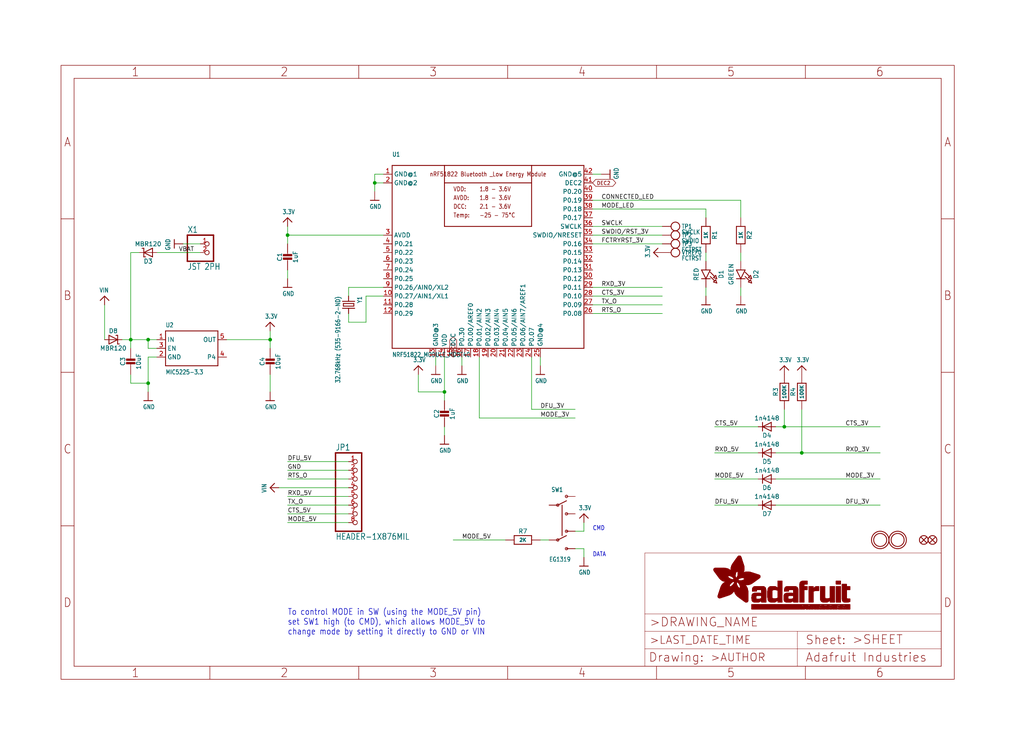
<source format=kicad_sch>
(kicad_sch (version 20211123) (generator eeschema)
  (paper "User" 298.45 217.881)
  (lib_symbols
    (symbol "schematicEagle-eagle-import:3.3V" (power)
      (property "Value" "3.3V" (at -1.524 1.016 0))
      (symbol "3.3V_1_0"
        (pin power_in line (at 0 -2.54 90) (length 2.54) (name "3.3V") (number "1"))
      )
    )
    (symbol "schematicEagle-eagle-import:CAP_CERAMIC0805-NOOUTLINE"
      (property "Reference" "C" (at -2.29 1.25 90))
      (property "Value" "CAP_CERAMIC0805-NOOUTLINE" (at 2.3 1.25 90))
      (symbol "CAP_CERAMIC0805-NOOUTLINE_1_0"
        (pin passive line (at 0 5.08 270) (length 2.54) (name "1") (number "1"))
        (pin passive line (at 0 -2.54 90) (length 2.54) (name "2") (number "2"))
      )
    )
    (symbol "schematicEagle-eagle-import:CON_JST_PH_2PIN"
      (property "Reference" "X" (at -6.35 5.715 0))
      (property "Value" "CON_JST_PH_2PIN" (at -6.35 -5.08 0))
      (symbol "CON_JST_PH_2PIN_1_0"
        (pin passive inverted (at -2.54 2.54 0) (length 2.54) (name "1") (number "1"))
        (pin passive inverted (at -2.54 0 0) (length 2.54) (name "2") (number "2"))
      )
    )
    (symbol "schematicEagle-eagle-import:CRYSTAL2.0X6.0_32.768"
      (property "Reference" "Y" (at -2.54 2.54 0))
      (property "Value" "CRYSTAL2.0X6.0_32.768" (at -2.54 -3.81 0))
      (symbol "CRYSTAL2.0X6.0_32.768_1_0"
        (pin passive line (at -2.54 0 0) (length 0) (name "1") (number "1"))
        (pin passive line (at 2.54 0 180) (length 0) (name "2") (number "2"))
      )
    )
    (symbol "schematicEagle-eagle-import:DIODE-SCHOTTKYSOD-123"
      (property "Reference" "D" (at 0 2.54 0))
      (property "Value" "DIODE-SCHOTTKYSOD-123" (at 0 -2.5 0))
      (symbol "DIODE-SCHOTTKYSOD-123_1_0"
        (pin passive line (at -2.54 0 0) (length 2.54) (name "A") (number "A"))
        (pin passive line (at 2.54 0 180) (length 2.54) (name "C") (number "C"))
      )
    )
    (symbol "schematicEagle-eagle-import:DIODESOD-323"
      (property "Reference" "D" (at 0 2.54 0))
      (property "Value" "DIODESOD-323" (at 0 -2.5 0))
      (symbol "DIODESOD-323_1_0"
        (pin passive line (at -2.54 0 0) (length 2.54) (name "A") (number "A"))
        (pin passive line (at 2.54 0 180) (length 2.54) (name "C") (number "C"))
      )
    )
    (symbol "schematicEagle-eagle-import:FIDUCIAL{dblquote}{dblquote}")
    (symbol "schematicEagle-eagle-import:FRAME_A4_ADAFRUIT"
      (symbol "FRAME_A4_ADAFRUIT_0_0"
        (text "1" (at 21.6958 1.905 0) (effects (font (size 2.54 2.286))))
        (text "1" (at 21.6958 177.165 0) (effects (font (size 2.54 2.286))))
        (text "2" (at 65.0875 1.905 0) (effects (font (size 2.54 2.286))))
        (text "2" (at 65.0875 177.165 0) (effects (font (size 2.54 2.286))))
        (text "3" (at 108.4792 1.905 0) (effects (font (size 2.54 2.286))))
        (text "3" (at 108.4792 177.165 0) (effects (font (size 2.54 2.286))))
        (text "4" (at 151.8708 1.905 0) (effects (font (size 2.54 2.286))))
        (text "4" (at 151.8708 177.165 0) (effects (font (size 2.54 2.286))))
        (text "5" (at 195.2625 1.905 0) (effects (font (size 2.54 2.286))))
        (text "5" (at 195.2625 177.165 0) (effects (font (size 2.54 2.286))))
        (text "6" (at 238.6542 1.905 0) (effects (font (size 2.54 2.286))))
        (text "6" (at 238.6542 177.165 0) (effects (font (size 2.54 2.286))))
        (text "A" (at 1.905 156.6863 0) (effects (font (size 2.54 2.286))))
        (text "A" (at 258.445 156.6863 0) (effects (font (size 2.54 2.286))))
        (text "B" (at 1.905 111.9188 0) (effects (font (size 2.54 2.286))))
        (text "B" (at 258.445 111.9188 0) (effects (font (size 2.54 2.286))))
        (text "C" (at 1.905 67.1513 0) (effects (font (size 2.54 2.286))))
        (text "C" (at 258.445 67.1513 0) (effects (font (size 2.54 2.286))))
        (text "D" (at 1.905 22.3838 0) (effects (font (size 2.54 2.286))))
        (text "D" (at 258.445 22.3838 0) (effects (font (size 2.54 2.286))))
      )
      (symbol "FRAME_A4_ADAFRUIT_1_0"
        (text ">AUTHOR" (at 189.23 5.08 0) (effects (font (size 2.286 2.286)) (justify left bottom)))
        (text ">DRAWING_NAME" (at 171.45 15.24 0) (effects (font (size 2.54 2.54)) (justify left bottom)))
        (text ">LAST_DATE_TIME" (at 171.45 10.16 0) (effects (font (size 2.286 2.286)) (justify left bottom)))
        (text ">SHEET" (at 230.505 10.16 0) (effects (font (size 2.54 2.54)) (justify left bottom)))
        (text "Adafruit Industries" (at 216.916 4.953 0) (effects (font (size 2.54 2.54)) (justify left bottom)))
        (text "Drawing:" (at 171.196 4.953 0) (effects (font (size 2.54 2.54)) (justify left bottom)))
        (text "Sheet:" (at 216.916 10.033 0) (effects (font (size 2.54 2.54)) (justify left bottom)))
      )
    )
    (symbol "schematicEagle-eagle-import:GND" (power)
      (property "Value" "GND" (at -1.524 -2.54 0))
      (symbol "GND_1_0"
        (pin power_in line (at 0 2.54 270) (length 2.54) (name "GND") (number "1"))
      )
    )
    (symbol "schematicEagle-eagle-import:HEADER-1X876MIL"
      (property "Reference" "JP" (at -6.35 13.335 0))
      (property "Value" "HEADER-1X876MIL" (at -6.35 -12.7 0))
      (symbol "HEADER-1X876MIL_1_0"
        (pin passive inverted (at -2.54 10.16 0) (length 2.54) (name "1") (number "1"))
        (pin passive inverted (at -2.54 7.62 0) (length 2.54) (name "2") (number "2"))
        (pin passive inverted (at -2.54 5.08 0) (length 2.54) (name "3") (number "3"))
        (pin passive inverted (at -2.54 2.54 0) (length 2.54) (name "4") (number "4"))
        (pin passive inverted (at -2.54 0 0) (length 2.54) (name "5") (number "5"))
        (pin passive inverted (at -2.54 -2.54 0) (length 2.54) (name "6") (number "6"))
        (pin passive inverted (at -2.54 -5.08 0) (length 2.54) (name "7") (number "7"))
        (pin passive inverted (at -2.54 -7.62 0) (length 2.54) (name "8") (number "8"))
      )
    )
    (symbol "schematicEagle-eagle-import:LED0805_NOOUTLINE"
      (property "Reference" "D" (at -1.27 4.445 0))
      (property "Value" "LED0805_NOOUTLINE" (at -1.27 -2.794 0))
      (symbol "LED0805_NOOUTLINE_1_0"
        (pin passive line (at -5.08 0 0) (length 2.54) (name "A") (number "A"))
        (pin passive line (at 2.54 0 180) (length 2.54) (name "C") (number "C"))
      )
    )
    (symbol "schematicEagle-eagle-import:MOUNTINGHOLE2.5")
    (symbol "schematicEagle-eagle-import:NRF51822_MODULE_MDBT40"
      (property "Reference" "U" (at -27.94 27.94 0))
      (property "Value" "NRF51822_MODULE_MDBT40" (at -27.94 -30.48 0))
      (symbol "NRF51822_MODULE_MDBT40_1_0"
        (text "-25 - 75°C" (at -2.54 10.16 0) (effects (font (size 1.27 1.0795)) (justify left bottom)))
        (text "1.8 - 3.6V" (at -2.54 15.24 0) (effects (font (size 1.27 1.0795)) (justify left bottom)))
        (text "1.8 - 3.6V" (at -2.54 17.78 0) (effects (font (size 1.27 1.0795)) (justify left bottom)))
        (text "2.1 - 3.6V" (at -2.54 12.7 0) (effects (font (size 1.27 1.0795)) (justify left bottom)))
        (text "AVDD:" (at -10.16 15.24 0) (effects (font (size 1.27 1.0795)) (justify left bottom)))
        (text "DCC:" (at -10.16 12.7 0) (effects (font (size 1.27 1.0795)) (justify left bottom)))
        (text "nRF51822 Bluetooth _Low Energy Module" (at 0 22.86 0) (effects (font (size 1.27 1.0795))))
        (text "Temp:" (at -10.16 10.16 0) (effects (font (size 1.27 1.0795)) (justify left bottom)))
        (text "VDD:" (at -10.16 17.78 0) (effects (font (size 1.27 1.0795)) (justify left bottom)))
        (pin power_in line (at -30.48 22.86 0) (length 2.54) (name "GND@1") (number "1"))
        (pin bidirectional line (at -30.48 -12.7 0) (length 2.54) (name "P0.27/AIN1/XL1") (number "10"))
        (pin bidirectional line (at -30.48 -15.24 0) (length 2.54) (name "P0.28") (number "11"))
        (pin bidirectional line (at -30.48 -17.78 0) (length 2.54) (name "P0.29") (number "12"))
        (pin power_in line (at -15.24 -30.48 90) (length 2.54) (name "GND@3") (number "13"))
        (pin power_in line (at -12.7 -30.48 90) (length 2.54) (name "VDD") (number "14"))
        (pin power_in line (at -10.16 -30.48 90) (length 2.54) (name "DCC") (number "15"))
        (pin bidirectional line (at -7.62 -30.48 90) (length 2.54) (name "P0.30") (number "16"))
        (pin bidirectional line (at -5.08 -30.48 90) (length 2.54) (name "P0.00/AREF0") (number "17"))
        (pin bidirectional line (at -2.54 -30.48 90) (length 2.54) (name "P0.01/AIN2") (number "18"))
        (pin bidirectional line (at 0 -30.48 90) (length 2.54) (name "P0.02/AIN3") (number "19"))
        (pin power_in line (at -30.48 20.32 0) (length 2.54) (name "GND@2") (number "2"))
        (pin bidirectional line (at 2.54 -30.48 90) (length 2.54) (name "P0.03/AIN4") (number "20"))
        (pin bidirectional line (at 5.08 -30.48 90) (length 2.54) (name "P0.04/AIN5") (number "21"))
        (pin bidirectional line (at 7.62 -30.48 90) (length 2.54) (name "P0.05/AIN6") (number "22"))
        (pin bidirectional line (at 10.16 -30.48 90) (length 2.54) (name "P0.06/AIN7/AREF1") (number "23"))
        (pin bidirectional line (at 12.7 -30.48 90) (length 2.54) (name "P0.07") (number "24"))
        (pin power_in line (at 15.24 -30.48 90) (length 2.54) (name "GND@4") (number "25"))
        (pin bidirectional line (at 30.48 -17.78 180) (length 2.54) (name "P0.08") (number "26"))
        (pin bidirectional line (at 30.48 -15.24 180) (length 2.54) (name "P0.09") (number "27"))
        (pin bidirectional line (at 30.48 -12.7 180) (length 2.54) (name "P0.10") (number "28"))
        (pin bidirectional line (at 30.48 -10.16 180) (length 2.54) (name "P0.11") (number "29"))
        (pin power_in line (at -30.48 5.08 0) (length 2.54) (name "AVDD") (number "3"))
        (pin bidirectional line (at 30.48 -7.62 180) (length 2.54) (name "P0.12") (number "30"))
        (pin bidirectional line (at 30.48 -5.08 180) (length 2.54) (name "P0.13") (number "31"))
        (pin bidirectional line (at 30.48 -2.54 180) (length 2.54) (name "P0.14") (number "32"))
        (pin bidirectional line (at 30.48 0 180) (length 2.54) (name "P0.15") (number "33"))
        (pin bidirectional line (at 30.48 2.54 180) (length 2.54) (name "P0.16") (number "34"))
        (pin bidirectional line (at 30.48 5.08 180) (length 2.54) (name "SWDIO/NRESET") (number "35"))
        (pin bidirectional line (at 30.48 7.62 180) (length 2.54) (name "SWCLK") (number "36"))
        (pin bidirectional line (at 30.48 10.16 180) (length 2.54) (name "P0.17") (number "37"))
        (pin bidirectional line (at 30.48 12.7 180) (length 2.54) (name "P0.18") (number "38"))
        (pin bidirectional line (at 30.48 15.24 180) (length 2.54) (name "P0.19") (number "39"))
        (pin bidirectional line (at -30.48 2.54 0) (length 2.54) (name "P0.21") (number "4"))
        (pin bidirectional line (at 30.48 17.78 180) (length 2.54) (name "P0.20") (number "40"))
        (pin power_in line (at 30.48 20.32 180) (length 2.54) (name "DEC2") (number "41"))
        (pin power_in line (at 30.48 22.86 180) (length 2.54) (name "GND@5") (number "42"))
        (pin bidirectional line (at -30.48 0 0) (length 2.54) (name "P0.22") (number "5"))
        (pin bidirectional line (at -30.48 -2.54 0) (length 2.54) (name "P0.23") (number "6"))
        (pin bidirectional line (at -30.48 -5.08 0) (length 2.54) (name "P0.24") (number "7"))
        (pin bidirectional line (at -30.48 -7.62 0) (length 2.54) (name "P0.25") (number "8"))
        (pin bidirectional line (at -30.48 -10.16 0) (length 2.54) (name "P0.26/AIN0/XL2") (number "9"))
      )
    )
    (symbol "schematicEagle-eagle-import:RESISTOR0805_NOOUTLINE"
      (property "Reference" "R" (at 0 2.54 0))
      (property "Value" "RESISTOR0805_NOOUTLINE" (at 0 0 0))
      (symbol "RESISTOR0805_NOOUTLINE_1_0"
        (pin passive line (at -5.08 0 0) (length 2.54) (name "1") (number "1"))
        (pin passive line (at 5.08 0 180) (length 2.54) (name "2") (number "2"))
      )
    )
    (symbol "schematicEagle-eagle-import:SWITCH_DPDTEG1390"
      (property "Reference" "SW" (at -4.445 8.89 0))
      (property "Value" "SWITCH_DPDTEG1390" (at -5.08 -11.43 0))
      (symbol "SWITCH_DPDTEG1390_1_0"
        (pin passive line (at 2.54 7.62 180) (length 2.54) (name "O1") (number "O1"))
        (pin passive line (at 2.54 -2.54 180) (length 2.54) (name "O2") (number "O2"))
        (pin passive line (at -5.08 5.08 0) (length 2.54) (name "P1") (number "P1"))
        (pin passive line (at -5.08 -5.08 0) (length 2.54) (name "P2") (number "P2"))
        (pin passive line (at 2.54 2.54 180) (length 2.54) (name "S1") (number "S1"))
        (pin passive line (at 2.54 -7.62 180) (length 2.54) (name "S2") (number "S2"))
      )
    )
    (symbol "schematicEagle-eagle-import:TESTPOINT1.5X2.0MM_NOCREAM"
      (property "Reference" "TP" (at 0 5.588 90))
      (property "Value" "TESTPOINT1.5X2.0MM_NOCREAM" (at 1.651 5.588 90))
      (symbol "TESTPOINT1.5X2.0MM_NOCREAM_1_0"
        (pin bidirectional line (at 0 0 90) (length 2.54) (name "P$1") (number "P$1"))
      )
    )
    (symbol "schematicEagle-eagle-import:VIN" (power)
      (property "Value" "VIN" (at -1.524 1.016 0))
      (symbol "VIN_1_0"
        (pin power_in line (at 0 -2.54 90) (length 2.54) (name "VIN") (number "1"))
      )
    )
    (symbol "schematicEagle-eagle-import:VREG_SOT23-5"
      (property "Reference" "U" (at -7.62 6.096 0))
      (property "Value" "VREG_SOT23-5" (at -7.62 -7.62 0))
      (symbol "VREG_SOT23-5_1_0"
        (pin power_in line (at -10.16 2.54 0) (length 2.54) (name "IN") (number "1"))
        (pin power_in line (at -10.16 -2.54 0) (length 2.54) (name "GND") (number "2"))
        (pin input line (at -10.16 0 0) (length 2.54) (name "EN") (number "3"))
        (pin bidirectional line (at 10.16 -2.54 180) (length 2.54) (name "P4") (number "4"))
        (pin power_in line (at 10.16 2.54 180) (length 2.54) (name "OUT") (number "5"))
      )
    )
  )
  (junction (at 78.74 99.06))
  (junction (at 38.1 99.06))
  (junction (at 228.6 124.46))
  (junction (at 109.22 53.34))
  (junction (at 233.68 132.08))
  (junction (at 129.54 114.3))
  (junction (at 43.18 99.06))
  (junction (at 83.82 68.58))
  (junction (at 43.18 111.76))
  (wire (pts (xy 101.6 137.16) (xy 83.82 137.16)))
  (wire (pts (xy 78.74 99.06) (xy 78.74 101.6)))
  (wire (pts (xy 45.72 99.06) (xy 43.18 99.06)))
  (wire (pts (xy 43.18 111.76) (xy 38.1 111.76)))
  (wire (pts (xy 139.7 104.14) (xy 139.7 121.92)))
  (wire (pts (xy 111.76 53.34) (xy 109.22 53.34)))
  (wire (pts (xy 129.54 104.14) (xy 129.54 114.3)))
  (wire (pts (xy 215.9 73.66) (xy 215.9 76.2)))
  (wire (pts (xy 205.74 73.66) (xy 205.74 76.2)))
  (wire (pts (xy 170.18 160.02) (xy 170.18 162.56)))
  (wire (pts (xy 101.6 139.7) (xy 83.82 139.7)))
  (wire (pts (xy 233.68 119.38) (xy 233.68 132.08)))
  (wire (pts (xy 220.98 139.7) (xy 208.28 139.7)))
  (wire (pts (xy 66.04 99.06) (xy 78.74 99.06)))
  (wire (pts (xy 132.08 157.48) (xy 147.32 157.48)))
  (wire (pts (xy 43.18 99.06) (xy 38.1 99.06)))
  (wire (pts (xy 101.6 152.4) (xy 83.82 152.4)))
  (wire (pts (xy 167.64 154.94) (xy 170.18 154.94)))
  (wire (pts (xy 172.72 68.58) (xy 193.04 68.58)))
  (wire (pts (xy 226.06 124.46) (xy 228.6 124.46)))
  (wire (pts (xy 157.48 104.14) (xy 157.48 106.68)))
  (wire (pts (xy 45.72 104.14) (xy 43.18 104.14)))
  (wire (pts (xy 35.56 99.06) (xy 38.1 99.06)))
  (wire (pts (xy 78.74 109.22) (xy 78.74 114.3)))
  (wire (pts (xy 121.92 114.3) (xy 121.92 109.22)))
  (wire (pts (xy 139.7 121.92) (xy 167.64 121.92)))
  (wire (pts (xy 172.72 58.42) (xy 215.9 58.42)))
  (wire (pts (xy 228.6 124.46) (xy 256.54 124.46)))
  (wire (pts (xy 83.82 68.58) (xy 83.82 71.12)))
  (wire (pts (xy 83.82 149.86) (xy 101.6 149.86)))
  (wire (pts (xy 101.6 147.32) (xy 83.82 147.32)))
  (wire (pts (xy 101.6 91.44) (xy 101.6 93.98)))
  (wire (pts (xy 226.06 147.32) (xy 256.54 147.32)))
  (wire (pts (xy 220.98 147.32) (xy 208.28 147.32)))
  (wire (pts (xy 172.72 66.04) (xy 193.04 66.04)))
  (wire (pts (xy 127 104.14) (xy 127 106.68)))
  (wire (pts (xy 45.72 73.66) (xy 58.42 73.66)))
  (wire (pts (xy 106.68 86.36) (xy 111.76 86.36)))
  (wire (pts (xy 129.54 114.3) (xy 121.92 114.3)))
  (wire (pts (xy 30.48 88.9) (xy 30.48 99.06)))
  (wire (pts (xy 83.82 78.74) (xy 83.82 81.28)))
  (wire (pts (xy 111.76 68.58) (xy 83.82 68.58)))
  (wire (pts (xy 172.72 71.12) (xy 193.04 71.12)))
  (wire (pts (xy 81.28 142.24) (xy 101.6 142.24)))
  (wire (pts (xy 157.48 157.48) (xy 160.02 157.48)))
  (wire (pts (xy 172.72 86.36) (xy 193.04 86.36)))
  (wire (pts (xy 205.74 60.96) (xy 205.74 63.5)))
  (wire (pts (xy 167.64 160.02) (xy 170.18 160.02)))
  (wire (pts (xy 172.72 50.8) (xy 175.26 50.8)))
  (wire (pts (xy 43.18 111.76) (xy 43.18 114.3)))
  (wire (pts (xy 38.1 99.06) (xy 38.1 101.6)))
  (wire (pts (xy 109.22 53.34) (xy 109.22 55.88)))
  (wire (pts (xy 172.72 60.96) (xy 205.74 60.96)))
  (wire (pts (xy 226.06 132.08) (xy 233.68 132.08)))
  (wire (pts (xy 233.68 132.08) (xy 256.54 132.08)))
  (wire (pts (xy 205.74 83.82) (xy 205.74 86.36)))
  (wire (pts (xy 208.28 132.08) (xy 220.98 132.08)))
  (wire (pts (xy 154.94 104.14) (xy 154.94 119.38)))
  (wire (pts (xy 38.1 73.66) (xy 40.64 73.66)))
  (wire (pts (xy 43.18 101.6) (xy 43.18 99.06)))
  (wire (pts (xy 53.34 71.12) (xy 58.42 71.12)))
  (wire (pts (xy 111.76 83.82) (xy 101.6 83.82)))
  (wire (pts (xy 45.72 101.6) (xy 43.18 101.6)))
  (wire (pts (xy 129.54 124.46) (xy 129.54 127)))
  (wire (pts (xy 106.68 93.98) (xy 106.68 86.36)))
  (wire (pts (xy 83.82 144.78) (xy 101.6 144.78)))
  (wire (pts (xy 109.22 50.8) (xy 109.22 53.34)))
  (wire (pts (xy 101.6 93.98) (xy 106.68 93.98)))
  (wire (pts (xy 228.6 124.46) (xy 228.6 119.38)))
  (wire (pts (xy 215.9 58.42) (xy 215.9 63.5)))
  (wire (pts (xy 101.6 83.82) (xy 101.6 86.36)))
  (wire (pts (xy 172.72 88.9) (xy 193.04 88.9)))
  (wire (pts (xy 154.94 119.38) (xy 167.64 119.38)))
  (wire (pts (xy 172.72 83.82) (xy 193.04 83.82)))
  (wire (pts (xy 134.62 104.14) (xy 134.62 106.68)))
  (wire (pts (xy 208.28 124.46) (xy 220.98 124.46)))
  (wire (pts (xy 43.18 104.14) (xy 43.18 111.76)))
  (wire (pts (xy 38.1 99.06) (xy 38.1 73.66)))
  (wire (pts (xy 101.6 134.62) (xy 83.82 134.62)))
  (wire (pts (xy 215.9 83.82) (xy 215.9 86.36)))
  (wire (pts (xy 78.74 99.06) (xy 78.74 96.52)))
  (wire (pts (xy 226.06 139.7) (xy 256.54 139.7)))
  (wire (pts (xy 129.54 114.3) (xy 129.54 116.84)))
  (wire (pts (xy 83.82 68.58) (xy 83.82 66.04)))
  (wire (pts (xy 172.72 91.44) (xy 193.04 91.44)))
  (wire (pts (xy 111.76 50.8) (xy 109.22 50.8)))
  (wire (pts (xy 38.1 111.76) (xy 38.1 109.22)))
  (wire (pts (xy 170.18 154.94) (xy 170.18 152.4)))
  (text "To control MODE in SW (using the MODE_5V pin)\nset SW1 high (to CMD), which allows MODE_5V to\nchange mode by setting it directly to GND or VIN" (at 83.82 185.42 0) (effects (font (size 1.778 1.5113)) (justify left bottom)))
  (text "CMD" (at 172.72 154.94 180) (effects (font (size 1.27 1.0795)) (justify left bottom)))
  (text "DATA" (at 172.72 162.56 180) (effects (font (size 1.27 1.0795)) (justify left bottom)))
  (label "DFU_3V" (at 157.48 119.38 0) (effects (font (size 1.2446 1.2446))))
  (label "MODE_3V" (at 246.38 139.7 0) (effects (font (size 1.2446 1.2446))))
  (label "RXD_3V" (at 175.26 83.82 0) (effects (font (size 1.2446 1.2446))))
  (label "TX_O" (at 83.82 147.32 0) (effects (font (size 1.2446 1.2446))))
  (label "MODE_5V" (at 208.28 139.7 0) (effects (font (size 1.2446 1.2446))))
  (label "RXD_5V" (at 208.28 132.08 0) (effects (font (size 1.2446 1.2446))))
  (label "DFU_5V" (at 83.82 134.62 0) (effects (font (size 1.2446 1.2446))))
  (label "RXD_5V" (at 83.82 144.78 0) (effects (font (size 1.2446 1.2446))))
  (label "RTS_O" (at 175.26 91.44 0) (effects (font (size 1.2446 1.2446))))
  (label "CTS_3V" (at 175.26 86.36 0) (effects (font (size 1.2446 1.2446))))
  (label "VBAT" (at 52.07 73.66 0) (effects (font (size 1.2446 1.2446))))
  (label "CONNECTED_LED" (at 175.26 58.42 0) (effects (font (size 1.2446 1.2446))))
  (label "GND" (at 83.82 137.16 0) (effects (font (size 1.2446 1.2446))))
  (label "MODE_3V" (at 157.48 121.92 0) (effects (font (size 1.2446 1.2446))))
  (label "MODE_5V" (at 83.82 152.4 0) (effects (font (size 1.2446 1.2446))))
  (label "CTS_3V" (at 246.38 124.46 0) (effects (font (size 1.2446 1.2446))))
  (label "MODE_5V" (at 134.62 157.48 0) (effects (font (size 1.2446 1.2446))))
  (label "SWCLK" (at 175.26 66.04 0) (effects (font (size 1.2446 1.2446))))
  (label "RTS_O" (at 83.82 139.7 0) (effects (font (size 1.2446 1.2446))))
  (label "SWDIO/RST_3V" (at 175.26 68.58 0) (effects (font (size 1.2446 1.2446))))
  (label "CTS_5V" (at 83.82 149.86 0) (effects (font (size 1.2446 1.2446))))
  (label "TX_O" (at 175.26 88.9 0) (effects (font (size 1.2446 1.2446))))
  (label "CTS_5V" (at 208.28 124.46 0) (effects (font (size 1.2446 1.2446))))
  (label "FCTRYRST_3V" (at 175.26 71.12 0) (effects (font (size 1.2446 1.2446))))
  (label "DFU_3V" (at 246.38 147.32 0) (effects (font (size 1.2446 1.2446))))
  (label "MODE_LED" (at 175.26 60.96 0) (effects (font (size 1.2446 1.2446))))
  (label "RXD_3V" (at 246.38 132.08 0) (effects (font (size 1.2446 1.2446))))
  (label "DFU_5V" (at 208.28 147.32 0) (effects (font (size 1.2446 1.2446))))
  (global_label "DEC2" (shape bidirectional) (at 172.72 53.34 0) (effects (font (size 1.016 1.016))) (property "Intersheet References" "${INTERSHEET_REFS}" (effects hide)))
  (global_label "DCC" (shape bidirectional) (at 132.08 104.14 90) (effects (font (size 1.016 1.016))) (property "Intersheet References" "${INTERSHEET_REFS}" (effects hide)))
  (symbol (lib_id "schematicEagle-eagle-import:DIODE-SCHOTTKYSOD-123") (at 33.02 99.06 0) (unit 1)
    (property "Reference" "D8" (at 33.02 96.52 0))
    (property "Value" "MBR120" (at 33.02 101.56 0))
    (property "Footprint" "schematicEagle:SOD-123" (effects hide))
  )
  (symbol (lib_id "schematicEagle-eagle-import:RESISTOR0805_NOOUTLINE") (at 205.74 68.58 270) (unit 1)
    (property "Reference" "R1" (at 208.28 68.58 0))
    (property "Value" "1K" (at 205.74 68.58 0) (effects (font (size 1.016 1.016) bold)))
    (property "Footprint" "schematicEagle:0805-NO" (effects hide))
  )
  (symbol (lib_id "schematicEagle-eagle-import:TESTPOINT1.5X2.0MM_NOCREAM") (at 193.04 66.04 270) (unit 1)
    (property "Reference" "TP1" (at 198.628 66.04 90) (effects (font (size 1.27 1.0795)) (justify left)))
    (property "Value" "SWCLK" (at 198.628 67.691 90) (effects (font (size 1.27 1.0795)) (justify left)))
    (property "Footprint" "schematicEagle:PAD-1.5X2.0" (effects hide))
  )
  (symbol (lib_id "schematicEagle-eagle-import:TESTPOINT1.5X2.0MM_NOCREAM") (at 193.04 68.58 270) (unit 1)
    (property "Reference" "TP2" (at 198.628 68.58 90) (effects (font (size 1.27 1.0795)) (justify left)))
    (property "Value" "SWDIO" (at 198.628 70.231 90) (effects (font (size 1.27 1.0795)) (justify left)))
    (property "Footprint" "schematicEagle:PAD-1.5X2.0" (effects hide))
  )
  (symbol (lib_id "schematicEagle-eagle-import:GND") (at 127 109.22 0) (unit 1)
    (property "Reference" "#U$11" (effects hide))
    (property "Value" "GND" (at 125.476 111.76 0) (effects (font (size 1.27 1.0795)) (justify left bottom)))
    (property "Footprint" "schematicEagle:" (effects hide))
  )
  (symbol (lib_id "schematicEagle-eagle-import:DIODE-SCHOTTKYSOD-123") (at 43.18 73.66 180) (unit 1)
    (property "Reference" "D3" (at 43.18 76.2 0))
    (property "Value" "MBR120" (at 43.18 71.16 0))
    (property "Footprint" "schematicEagle:SOD-123" (effects hide))
  )
  (symbol (lib_id "schematicEagle-eagle-import:GND") (at 134.62 109.22 0) (unit 1)
    (property "Reference" "#U$8" (effects hide))
    (property "Value" "GND" (at 133.096 111.76 0) (effects (font (size 1.27 1.0795)) (justify left bottom)))
    (property "Footprint" "schematicEagle:" (effects hide))
  )
  (symbol (lib_id "schematicEagle-eagle-import:DIODESOD-323") (at 223.52 132.08 180) (unit 1)
    (property "Reference" "D5" (at 223.52 134.62 0))
    (property "Value" "1n4148" (at 223.52 129.58 0))
    (property "Footprint" "schematicEagle:SOD-323" (effects hide))
  )
  (symbol (lib_id "schematicEagle-eagle-import:CAP_CERAMIC0805-NOOUTLINE") (at 83.82 76.2 0) (unit 1)
    (property "Reference" "C1" (at 81.53 74.95 90))
    (property "Value" "1uF" (at 86.12 74.95 90))
    (property "Footprint" "schematicEagle:0805-NO" (effects hide))
  )
  (symbol (lib_id "schematicEagle-eagle-import:3.3V") (at 170.18 149.86 0) (unit 1)
    (property "Reference" "#U$2" (effects hide))
    (property "Value" "3.3V" (at 168.656 148.844 0) (effects (font (size 1.27 1.0795)) (justify left bottom)))
    (property "Footprint" "schematicEagle:" (effects hide))
  )
  (symbol (lib_id "schematicEagle-eagle-import:CON_JST_PH_2PIN") (at 60.96 73.66 0) (unit 1)
    (property "Reference" "X1" (at 54.61 67.945 0) (effects (font (size 1.778 1.5113)) (justify left bottom)))
    (property "Value" "JST 2PH" (at 54.61 78.74 0) (effects (font (size 1.778 1.5113)) (justify left bottom)))
    (property "Footprint" "schematicEagle:JSTPH2" (effects hide))
  )
  (symbol (lib_id "schematicEagle-eagle-import:DIODESOD-323") (at 223.52 124.46 180) (unit 1)
    (property "Reference" "D4" (at 223.52 127 0))
    (property "Value" "1n4148" (at 223.52 121.96 0))
    (property "Footprint" "schematicEagle:SOD-323" (effects hide))
  )
  (symbol (lib_id "schematicEagle-eagle-import:GND") (at 50.8 71.12 270) (unit 1)
    (property "Reference" "#U$5" (effects hide))
    (property "Value" "GND" (at 48.26 69.596 0) (effects (font (size 1.27 1.0795)) (justify left bottom)))
    (property "Footprint" "schematicEagle:" (effects hide))
  )
  (symbol (lib_id "schematicEagle-eagle-import:RESISTOR0805_NOOUTLINE") (at 152.4 157.48 0) (unit 1)
    (property "Reference" "R7" (at 152.4 154.94 0))
    (property "Value" "2K" (at 152.4 157.48 0) (effects (font (size 1.016 1.016) bold)))
    (property "Footprint" "schematicEagle:0805-NO" (effects hide))
  )
  (symbol (lib_id "schematicEagle-eagle-import:GND") (at 129.54 129.54 0) (unit 1)
    (property "Reference" "#U$18" (effects hide))
    (property "Value" "GND" (at 128.016 132.08 0) (effects (font (size 1.27 1.0795)) (justify left bottom)))
    (property "Footprint" "schematicEagle:" (effects hide))
  )
  (symbol (lib_id "schematicEagle-eagle-import:HEADER-1X876MIL") (at 104.14 144.78 0) (unit 1)
    (property "Reference" "JP1" (at 97.79 131.445 0) (effects (font (size 1.778 1.5113)) (justify left bottom)))
    (property "Value" "HEADER-1X876MIL" (at 97.79 157.48 0) (effects (font (size 1.778 1.5113)) (justify left bottom)))
    (property "Footprint" "schematicEagle:1X08_ROUND_76" (effects hide))
  )
  (symbol (lib_id "schematicEagle-eagle-import:GND") (at 78.74 116.84 0) (unit 1)
    (property "Reference" "#U$21" (effects hide))
    (property "Value" "GND" (at 77.216 119.38 0) (effects (font (size 1.27 1.0795)) (justify left bottom)))
    (property "Footprint" "schematicEagle:" (effects hide))
  )
  (symbol (lib_id "schematicEagle-eagle-import:GND") (at 109.22 58.42 0) (unit 1)
    (property "Reference" "#U$12" (effects hide))
    (property "Value" "GND" (at 107.696 60.96 0) (effects (font (size 1.27 1.0795)) (justify left bottom)))
    (property "Footprint" "schematicEagle:" (effects hide))
  )
  (symbol (lib_id "schematicEagle-eagle-import:CRYSTAL2.0X6.0_32.768") (at 101.6 88.9 270) (unit 1)
    (property "Reference" "Y1" (at 104.14 86.36 0) (effects (font (size 1.27 1.0795)) (justify left bottom)))
    (property "Value" "32.768kHz (535-9166-2-ND)" (at 97.79 86.36 0) (effects (font (size 1.27 1.0795)) (justify left bottom)))
    (property "Footprint" "schematicEagle:CRYSTAL_CYL_2X6MM_SMT" (effects hide))
  )
  (symbol (lib_id "schematicEagle-eagle-import:3.3V") (at 233.68 106.68 0) (unit 1)
    (property "Reference" "#U$23" (effects hide))
    (property "Value" "3.3V" (at 232.156 105.664 0) (effects (font (size 1.27 1.0795)) (justify left bottom)))
    (property "Footprint" "schematicEagle:" (effects hide))
  )
  (symbol (lib_id "schematicEagle-eagle-import:GND") (at 215.9 88.9 0) (unit 1)
    (property "Reference" "#U$7" (effects hide))
    (property "Value" "GND" (at 214.376 91.44 0) (effects (font (size 1.27 1.0795)) (justify left bottom)))
    (property "Footprint" "schematicEagle:" (effects hide))
  )
  (symbol (lib_id "schematicEagle-eagle-import:3.3V") (at 228.6 106.68 0) (unit 1)
    (property "Reference" "#U$17" (effects hide))
    (property "Value" "3.3V" (at 227.076 105.664 0) (effects (font (size 1.27 1.0795)) (justify left bottom)))
    (property "Footprint" "schematicEagle:" (effects hide))
  )
  (symbol (lib_id "schematicEagle-eagle-import:RESISTOR0805_NOOUTLINE") (at 215.9 68.58 270) (unit 1)
    (property "Reference" "R2" (at 218.44 68.58 0))
    (property "Value" "1K" (at 215.9 68.58 0) (effects (font (size 1.016 1.016) bold)))
    (property "Footprint" "schematicEagle:0805-NO" (effects hide))
  )
  (symbol (lib_id "schematicEagle-eagle-import:3.3V") (at 190.5 73.66 90) (unit 1)
    (property "Reference" "#U$4" (effects hide))
    (property "Value" "3.3V" (at 189.484 75.184 0) (effects (font (size 1.27 1.0795)) (justify left bottom)))
    (property "Footprint" "schematicEagle:" (effects hide))
  )
  (symbol (lib_id "schematicEagle-eagle-import:3.3V") (at 83.82 63.5 0) (unit 1)
    (property "Reference" "#U$16" (effects hide))
    (property "Value" "3.3V" (at 82.296 62.484 0) (effects (font (size 1.27 1.0795)) (justify left bottom)))
    (property "Footprint" "schematicEagle:" (effects hide))
  )
  (symbol (lib_id "schematicEagle-eagle-import:CAP_CERAMIC0805-NOOUTLINE") (at 78.74 106.68 0) (unit 1)
    (property "Reference" "C4" (at 76.45 105.43 90))
    (property "Value" "10uF" (at 81.04 105.43 90))
    (property "Footprint" "schematicEagle:0805-NO" (effects hide))
  )
  (symbol (lib_id "schematicEagle-eagle-import:LED0805_NOOUTLINE") (at 215.9 81.28 270) (unit 1)
    (property "Reference" "D2" (at 220.345 80.01 0))
    (property "Value" "GREEN" (at 213.106 80.01 0))
    (property "Footprint" "schematicEagle:CHIPLED_0805_NOOUTLINE" (effects hide))
  )
  (symbol (lib_id "schematicEagle-eagle-import:GND") (at 177.8 50.8 90) (unit 1)
    (property "Reference" "#U$13" (effects hide))
    (property "Value" "GND" (at 180.34 52.324 0) (effects (font (size 1.27 1.0795)) (justify left bottom)))
    (property "Footprint" "schematicEagle:" (effects hide))
  )
  (symbol (lib_id "schematicEagle-eagle-import:TESTPOINT1.5X2.0MM_NOCREAM") (at 193.04 71.12 270) (unit 1)
    (property "Reference" "TP3" (at 198.628 71.12 90) (effects (font (size 1.27 1.0795)) (justify left)))
    (property "Value" "FCTRST" (at 198.628 72.771 90) (effects (font (size 1.27 1.0795)) (justify left)))
    (property "Footprint" "schematicEagle:PAD-1.5X2.0" (effects hide))
  )
  (symbol (lib_id "schematicEagle-eagle-import:VIN") (at 78.74 142.24 90) (unit 1)
    (property "Reference" "#U$32" (effects hide))
    (property "Value" "VIN" (at 77.724 143.764 0) (effects (font (size 1.27 1.0795)) (justify left bottom)))
    (property "Footprint" "schematicEagle:" (effects hide))
  )
  (symbol (lib_id "schematicEagle-eagle-import:GND") (at 83.82 83.82 0) (unit 1)
    (property "Reference" "#U$15" (effects hide))
    (property "Value" "GND" (at 82.296 86.36 0) (effects (font (size 1.27 1.0795)) (justify left bottom)))
    (property "Footprint" "schematicEagle:" (effects hide))
  )
  (symbol (lib_id "schematicEagle-eagle-import:VREG_SOT23-5") (at 55.88 101.6 0) (unit 1)
    (property "Reference" "U2" (at 48.26 95.504 0) (effects (font (size 1.27 1.0795)) (justify left bottom)))
    (property "Value" "MIC5225-3.3" (at 48.26 109.22 0) (effects (font (size 1.27 1.0795)) (justify left bottom)))
    (property "Footprint" "schematicEagle:SOT23-5" (effects hide))
  )
  (symbol (lib_id "schematicEagle-eagle-import:GND") (at 157.48 109.22 0) (unit 1)
    (property "Reference" "#U$10" (effects hide))
    (property "Value" "GND" (at 155.956 111.76 0) (effects (font (size 1.27 1.0795)) (justify left bottom)))
    (property "Footprint" "schematicEagle:" (effects hide))
  )
  (symbol (lib_id "schematicEagle-eagle-import:GND") (at 205.74 88.9 0) (unit 1)
    (property "Reference" "#U$6" (effects hide))
    (property "Value" "GND" (at 204.216 91.44 0) (effects (font (size 1.27 1.0795)) (justify left bottom)))
    (property "Footprint" "schematicEagle:" (effects hide))
  )
  (symbol (lib_id "schematicEagle-eagle-import:NRF51822_MODULE_MDBT40") (at 142.24 73.66 0) (unit 1)
    (property "Reference" "U1" (at 114.3 45.72 0) (effects (font (size 1.27 1.0795)) (justify left bottom)))
    (property "Value" "NRF51822_MODULE_MDBT40" (at 114.3 104.14 0) (effects (font (size 1.27 1.0795)) (justify left bottom)))
    (property "Footprint" "schematicEagle:BLE_MODULE_RAYTAC_MDBT40" (effects hide))
  )
  (symbol (lib_id "schematicEagle-eagle-import:DIODESOD-323") (at 223.52 147.32 180) (unit 1)
    (property "Reference" "D7" (at 223.52 149.86 0))
    (property "Value" "1n4148" (at 223.52 144.82 0))
    (property "Footprint" "schematicEagle:SOD-323" (effects hide))
  )
  (symbol (lib_id "schematicEagle-eagle-import:CAP_CERAMIC0805-NOOUTLINE") (at 38.1 106.68 0) (unit 1)
    (property "Reference" "C3" (at 35.81 105.43 90))
    (property "Value" "10uF" (at 40.4 105.43 90))
    (property "Footprint" "schematicEagle:0805-NO" (effects hide))
  )
  (symbol (lib_id "schematicEagle-eagle-import:GND") (at 170.18 165.1 0) (unit 1)
    (property "Reference" "#U$3" (effects hide))
    (property "Value" "GND" (at 168.656 167.64 0) (effects (font (size 1.27 1.0795)) (justify left bottom)))
    (property "Footprint" "schematicEagle:" (effects hide))
  )
  (symbol (lib_id "schematicEagle-eagle-import:FRAME_A4_ADAFRUIT") (at 17.78 198.12 0) (unit 1)
    (property "Reference" "#U$1" (effects hide))
    (property "Value" "FRAME_A4_ADAFRUIT" (effects hide))
    (property "Footprint" "schematicEagle:" (effects hide))
  )
  (symbol (lib_id "schematicEagle-eagle-import:SWITCH_DPDTEG1390") (at 165.1 152.4 0) (unit 1)
    (property "Reference" "SW1" (at 160.655 143.51 0) (effects (font (size 1.27 1.0795)) (justify left bottom)))
    (property "Value" "EG1319" (at 160.02 163.83 0) (effects (font (size 1.27 1.0795)) (justify left bottom)))
    (property "Footprint" "schematicEagle:EG1390" (effects hide))
  )
  (symbol (lib_id "schematicEagle-eagle-import:VIN") (at 30.48 86.36 0) (unit 1)
    (property "Reference" "#U$19" (effects hide))
    (property "Value" "VIN" (at 28.956 85.344 0) (effects (font (size 1.27 1.0795)) (justify left bottom)))
    (property "Footprint" "schematicEagle:" (effects hide))
  )
  (symbol (lib_id "schematicEagle-eagle-import:3.3V") (at 78.74 93.98 0) (unit 1)
    (property "Reference" "#U$22" (effects hide))
    (property "Value" "3.3V" (at 77.216 92.964 0) (effects (font (size 1.27 1.0795)) (justify left bottom)))
    (property "Footprint" "schematicEagle:" (effects hide))
  )
  (symbol (lib_id "schematicEagle-eagle-import:TESTPOINT1.5X2.0MM_NOCREAM") (at 193.04 73.66 270) (unit 1)
    (property "Reference" "VTREF0" (at 198.628 73.66 90) (effects (font (size 1.27 1.0795)) (justify left)))
    (property "Value" "FCTRST" (at 198.628 75.311 90) (effects (font (size 1.27 1.0795)) (justify left)))
    (property "Footprint" "schematicEagle:PAD-1.5X2.0" (effects hide))
  )
  (symbol (lib_id "schematicEagle-eagle-import:GND") (at 43.18 116.84 0) (unit 1)
    (property "Reference" "#U$20" (effects hide))
    (property "Value" "GND" (at 41.656 119.38 0) (effects (font (size 1.27 1.0795)) (justify left bottom)))
    (property "Footprint" "schematicEagle:" (effects hide))
  )
  (symbol (lib_id "schematicEagle-eagle-import:RESISTOR0805_NOOUTLINE") (at 228.6 114.3 90) (unit 1)
    (property "Reference" "R3" (at 226.06 114.3 0))
    (property "Value" "100K" (at 228.6 114.3 0) (effects (font (size 1.016 1.016) bold)))
    (property "Footprint" "schematicEagle:0805-NO" (effects hide))
  )
  (symbol (lib_id "schematicEagle-eagle-import:3.3V") (at 121.92 106.68 0) (unit 1)
    (property "Reference" "#U$14" (effects hide))
    (property "Value" "3.3V" (at 120.396 105.664 0) (effects (font (size 1.27 1.0795)) (justify left bottom)))
    (property "Footprint" "schematicEagle:" (effects hide))
  )
  (symbol (lib_id "schematicEagle-eagle-import:MOUNTINGHOLE2.5") (at 261.62 157.48 0) (unit 1)
    (property "Reference" "U$28" (effects hide))
    (property "Value" "MOUNTINGHOLE2.5" (effects hide))
    (property "Footprint" "schematicEagle:MOUNTINGHOLE_2.5_PLATED" (effects hide))
  )
  (symbol (lib_id "schematicEagle-eagle-import:MOUNTINGHOLE2.5") (at 256.54 157.48 0) (unit 1)
    (property "Reference" "U$29" (effects hide))
    (property "Value" "MOUNTINGHOLE2.5" (effects hide))
    (property "Footprint" "schematicEagle:MOUNTINGHOLE_2.5_PLATED" (effects hide))
  )
  (symbol (lib_id "schematicEagle-eagle-import:LED0805_NOOUTLINE") (at 205.74 81.28 270) (unit 1)
    (property "Reference" "D1" (at 210.185 80.01 0))
    (property "Value" "RED" (at 202.946 80.01 0))
    (property "Footprint" "schematicEagle:CHIPLED_0805_NOOUTLINE" (effects hide))
  )
  (symbol (lib_id "schematicEagle-eagle-import:DIODESOD-323") (at 223.52 139.7 180) (unit 1)
    (property "Reference" "D6" (at 223.52 142.24 0))
    (property "Value" "1n4148" (at 223.52 137.2 0))
    (property "Footprint" "schematicEagle:SOD-323" (effects hide))
  )
  (symbol (lib_id "schematicEagle-eagle-import:FIDUCIAL{dblquote}{dblquote}") (at 271.78 157.48 0) (unit 1)
    (property "Reference" "FID1" (effects hide))
    (property "Value" "FIDUCIAL{dblquote}{dblquote}" (effects hide))
    (property "Footprint" "schematicEagle:FIDUCIAL_1MM" (effects hide))
  )
  (symbol (lib_id "schematicEagle-eagle-import:CAP_CERAMIC0805-NOOUTLINE") (at 129.54 121.92 0) (unit 1)
    (property "Reference" "C2" (at 127.25 120.67 90))
    (property "Value" "1uF" (at 131.84 120.67 90))
    (property "Footprint" "schematicEagle:0805-NO" (effects hide))
  )
  (symbol (lib_id "schematicEagle-eagle-import:RESISTOR0805_NOOUTLINE") (at 233.68 114.3 90) (unit 1)
    (property "Reference" "R4" (at 231.14 114.3 0))
    (property "Value" "100K" (at 233.68 114.3 0) (effects (font (size 1.016 1.016) bold)))
    (property "Footprint" "schematicEagle:0805-NO" (effects hide))
  )
  (symbol (lib_id "schematicEagle-eagle-import:FIDUCIAL{dblquote}{dblquote}") (at 269.24 157.48 0) (unit 1)
    (property "Reference" "FID2" (effects hide))
    (property "Value" "FIDUCIAL{dblquote}{dblquote}" (effects hide))
    (property "Footprint" "schematicEagle:FIDUCIAL_1MM" (effects hide))
  )
)
</source>
